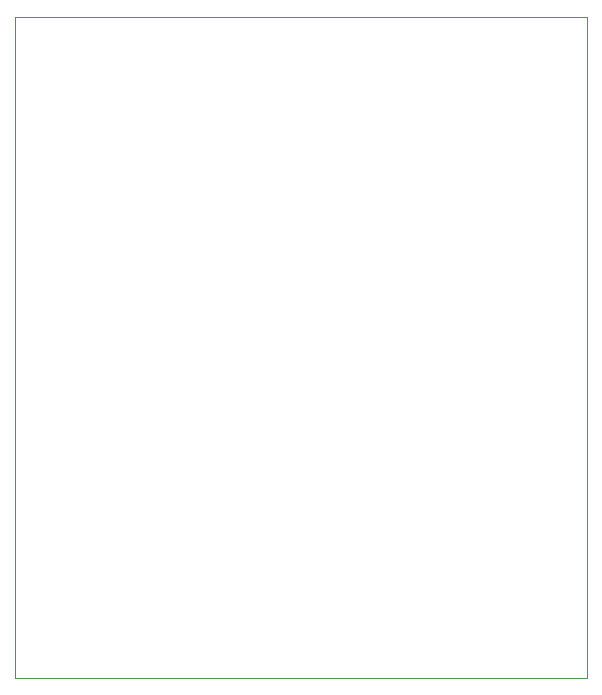
<source format=gbr>
%TF.GenerationSoftware,KiCad,Pcbnew,9.0.7*%
%TF.CreationDate,2026-01-18T11:35:40-05:00*%
%TF.ProjectId,digirig_icom,64696769-7269-4675-9f69-636f6d2e6b69,rev?*%
%TF.SameCoordinates,Original*%
%TF.FileFunction,Profile,NP*%
%FSLAX46Y46*%
G04 Gerber Fmt 4.6, Leading zero omitted, Abs format (unit mm)*
G04 Created by KiCad (PCBNEW 9.0.7) date 2026-01-18 11:35:40*
%MOMM*%
%LPD*%
G01*
G04 APERTURE LIST*
%TA.AperFunction,Profile*%
%ADD10C,0.050000*%
%TD*%
G04 APERTURE END LIST*
D10*
X12000000Y-12000000D02*
X60500000Y-12000000D01*
X60500000Y-68000000D01*
X12000000Y-68000000D01*
X12000000Y-12000000D01*
M02*

</source>
